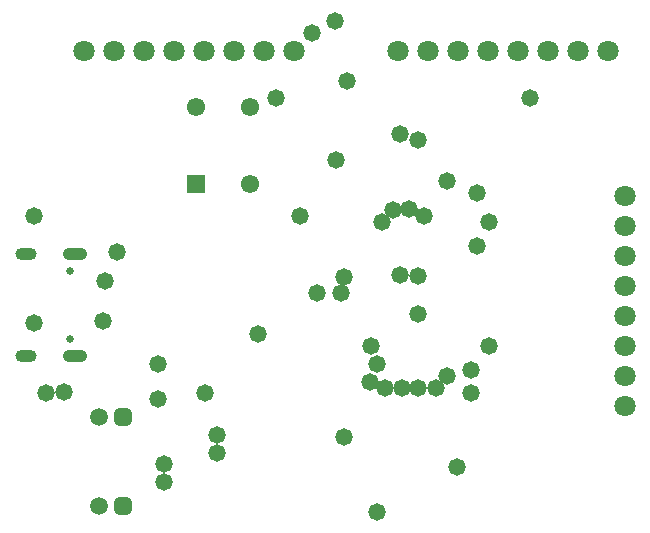
<source format=gbs>
G04*
G04 #@! TF.GenerationSoftware,Altium Limited,Altium Designer Develop,26.2.0 (10)*
G04*
G04 Layer_Color=16711935*
%FSLAX44Y44*%
%MOMM*%
G71*
G04*
G04 #@! TF.SameCoordinates,717AC42B-03D0-4F6F-A9B9-6B288F40F31D*
G04*
G04*
G04 #@! TF.FilePolarity,Negative*
G04*
G01*
G75*
%ADD36C,1.8032*%
G04:AMPARAMS|DCode=37|XSize=1.5032mm|YSize=1.5032mm|CornerRadius=0.4266mm|HoleSize=0mm|Usage=FLASHONLY|Rotation=0.000|XOffset=0mm|YOffset=0mm|HoleType=Round|Shape=RoundedRectangle|*
%AMROUNDEDRECTD37*
21,1,1.5032,0.6500,0,0,0.0*
21,1,0.6500,1.5032,0,0,0.0*
1,1,0.8532,0.3250,-0.3250*
1,1,0.8532,-0.3250,-0.3250*
1,1,0.8532,-0.3250,0.3250*
1,1,0.8532,0.3250,0.3250*
%
%ADD37ROUNDEDRECTD37*%
%ADD38C,1.5500*%
%ADD39C,1.5032*%
%ADD40R,1.5500X1.5500*%
%ADD41C,0.6500*%
G04:AMPARAMS|DCode=42|XSize=1mm|YSize=2.1mm|CornerRadius=0.5mm|HoleSize=0mm|Usage=FLASHONLY|Rotation=270.000|XOffset=0mm|YOffset=0mm|HoleType=Round|Shape=RoundedRectangle|*
%AMROUNDEDRECTD42*
21,1,1.0000,1.1000,0,0,270.0*
21,1,0.0000,2.1000,0,0,270.0*
1,1,1.0000,-0.5500,0.0000*
1,1,1.0000,-0.5500,0.0000*
1,1,1.0000,0.5500,0.0000*
1,1,1.0000,0.5500,0.0000*
%
%ADD42ROUNDEDRECTD42*%
G04:AMPARAMS|DCode=43|XSize=1mm|YSize=1.8mm|CornerRadius=0.5mm|HoleSize=0mm|Usage=FLASHONLY|Rotation=270.000|XOffset=0mm|YOffset=0mm|HoleType=Round|Shape=RoundedRectangle|*
%AMROUNDEDRECTD43*
21,1,1.0000,0.8000,0,0,270.0*
21,1,0.0000,1.8000,0,0,270.0*
1,1,1.0000,-0.4000,0.0000*
1,1,1.0000,-0.4000,0.0000*
1,1,1.0000,0.4000,0.0000*
1,1,1.0000,0.4000,0.0000*
%
%ADD43ROUNDEDRECTD43*%
%ADD44C,1.4732*%
D36*
X915400Y965000D02*
D03*
X890000D02*
D03*
X864600D02*
D03*
X839200D02*
D03*
X813800D02*
D03*
X788400D02*
D03*
X763000D02*
D03*
X737600D02*
D03*
X1181200D02*
D03*
X1155800D02*
D03*
X1130400D02*
D03*
X1105000D02*
D03*
X1079600D02*
D03*
X1054200D02*
D03*
X1028800D02*
D03*
X1003400D02*
D03*
X1195000Y664200D02*
D03*
Y689600D02*
D03*
Y715000D02*
D03*
Y740400D02*
D03*
Y765800D02*
D03*
Y791200D02*
D03*
Y816600D02*
D03*
Y842000D02*
D03*
D37*
X770000Y580000D02*
D03*
Y655000D02*
D03*
D38*
X877500Y917500D02*
D03*
X832500D02*
D03*
X877500Y852500D02*
D03*
D39*
X750000Y580000D02*
D03*
Y655000D02*
D03*
D40*
X832500Y852500D02*
D03*
D41*
X725150Y721100D02*
D03*
Y778900D02*
D03*
D42*
X730150Y706800D02*
D03*
Y793200D02*
D03*
D43*
X688350Y706800D02*
D03*
Y793200D02*
D03*
D44*
X979866Y685053D02*
D03*
X1020000Y680000D02*
D03*
X992600D02*
D03*
X1006300D02*
D03*
X1080000Y820000D02*
D03*
X950000Y990000D02*
D03*
X955000Y760000D02*
D03*
X935000D02*
D03*
X800000Y700000D02*
D03*
Y670000D02*
D03*
X957770Y773417D02*
D03*
X930000Y980000D02*
D03*
X950687Y872270D02*
D03*
X1070000Y800000D02*
D03*
X900000Y925000D02*
D03*
X765000Y795000D02*
D03*
X960000Y939950D02*
D03*
X1020000Y742674D02*
D03*
X1005000Y775000D02*
D03*
X1020000Y774380D02*
D03*
X885000Y725000D02*
D03*
X980673Y715066D02*
D03*
X1053475Y613101D02*
D03*
X957539Y637895D02*
D03*
X985000Y575000D02*
D03*
X695000Y735000D02*
D03*
X753542Y736350D02*
D03*
X705000Y675000D02*
D03*
X805000Y600000D02*
D03*
Y615000D02*
D03*
X720643Y676050D02*
D03*
X850000Y625000D02*
D03*
X840000Y675000D02*
D03*
X1020000Y890000D02*
D03*
X1115000Y925000D02*
D03*
X1070000Y845000D02*
D03*
X989876Y819864D02*
D03*
X1005000Y895000D02*
D03*
X999093Y830000D02*
D03*
X1045000Y855000D02*
D03*
X1012746Y831127D02*
D03*
X1025000Y825000D02*
D03*
X985000Y700000D02*
D03*
X920000Y825000D02*
D03*
X1035000Y680000D02*
D03*
X1065000Y675000D02*
D03*
X1045000Y690000D02*
D03*
X1065000Y695000D02*
D03*
X1080000Y715000D02*
D03*
X850000Y640000D02*
D03*
X695000Y825000D02*
D03*
X755000Y770000D02*
D03*
M02*

</source>
